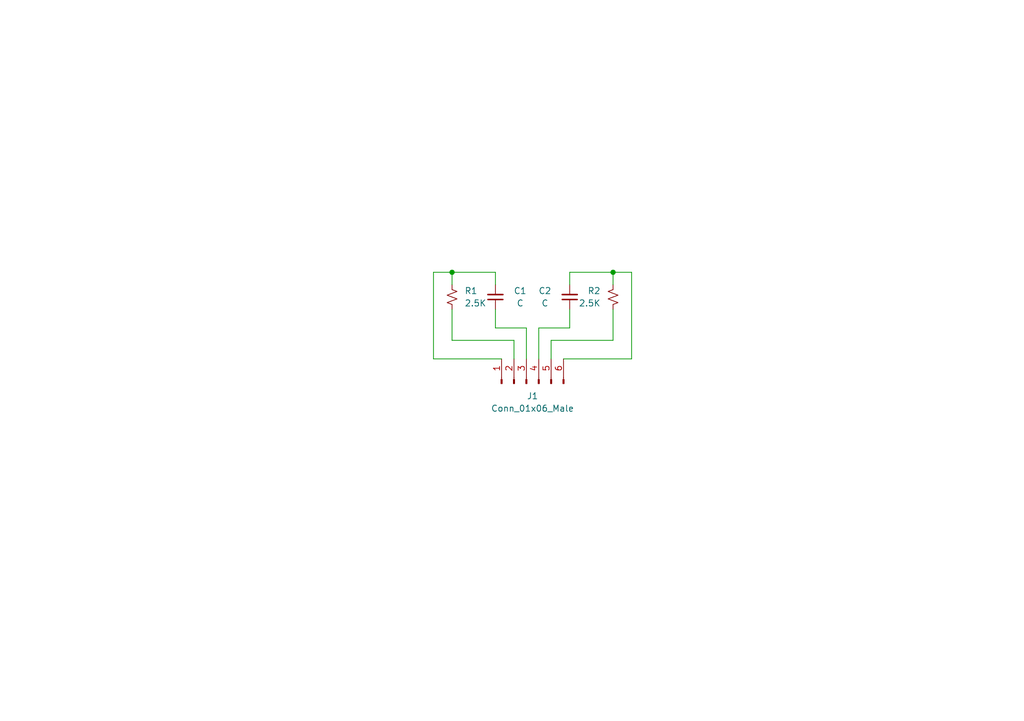
<source format=kicad_sch>
(kicad_sch (version 20211123) (generator eeschema)
  (paper "A5")
  (lib_symbols
    (symbol "Connector:Conn_01x06_Male" (pin_names (offset 1.016) hide)
      (property "Reference" "J" (at 0 7.62 0))
      (property "Value" "Conn_01x06_Male" (at 0 -10.16 0))
      (symbol "Conn_01x06_Male_1_1"
        (polyline (pts (xy 1.27 -7.62) (xy 0.8636 -7.62)) (stroke (width 0.1524)))
        (polyline (pts (xy 1.27 -5.08) (xy 0.8636 -5.08)) (stroke (width 0.1524)))
        (polyline (pts (xy 1.27 -2.54) (xy 0.8636 -2.54)) (stroke (width 0.1524)))
        (polyline (pts (xy 1.27 0) (xy 0.8636 0)) (stroke (width 0.1524)))
        (polyline (pts (xy 1.27 2.54) (xy 0.8636 2.54)) (stroke (width 0.1524)))
        (polyline (pts (xy 1.27 5.08) (xy 0.8636 5.08)) (stroke (width 0.1524)))
        (rectangle (start 0.8636 -7.493) (end 0 -7.747) (stroke (width 0.1524)) (fill (type outline)))
        (rectangle (start 0.8636 -4.953) (end 0 -5.207) (stroke (width 0.1524)) (fill (type outline)))
        (rectangle (start 0.8636 -2.413) (end 0 -2.667) (stroke (width 0.1524)) (fill (type outline)))
        (rectangle (start 0.8636 0.127) (end 0 -0.127) (stroke (width 0.1524)) (fill (type outline)))
        (rectangle (start 0.8636 2.667) (end 0 2.413) (stroke (width 0.1524)) (fill (type outline)))
        (rectangle (start 0.8636 5.207) (end 0 4.953) (stroke (width 0.1524)) (fill (type outline)))
        (pin passive line (at 5.08 5.08 180) (length 3.81) (name "Pin_1") (number "1"))
        (pin passive line (at 5.08 2.54 180) (length 3.81) (name "Pin_2") (number "2"))
        (pin passive line (at 5.08 0 180) (length 3.81) (name "Pin_3") (number "3"))
        (pin passive line (at 5.08 -2.54 180) (length 3.81) (name "Pin_4") (number "4"))
        (pin passive line (at 5.08 -5.08 180) (length 3.81) (name "Pin_5") (number "5"))
        (pin passive line (at 5.08 -7.62 180) (length 3.81) (name "Pin_6") (number "6"))
      )
    )
    (symbol "Device:C_Small" (pin_numbers hide) (pin_names (offset 0.254) hide)
      (property "Reference" "C" (at 0.254 1.778 0))
      (property "Value" "C_Small" (at 0.254 -2.032 0))
      (symbol "C_Small_0_1"
        (polyline (pts (xy -1.524 -0.508) (xy 1.524 -0.508)) (stroke (width 0.3302)))
        (polyline (pts (xy -1.524 0.508) (xy 1.524 0.508)) (stroke (width 0.3048)))
      )
      (symbol "C_Small_1_1"
        (pin passive line (at 0 2.54 270) (length 2.032) (name "~") (number "1"))
        (pin passive line (at 0 -2.54 90) (length 2.032) (name "~") (number "2"))
      )
    )
    (symbol "Device:R_Small_US" (pin_numbers hide) (pin_names (offset 0.254) hide)
      (property "Reference" "R" (at 0.762 0.508 0))
      (property "Value" "R_Small_US" (at 0.762 -1.016 0))
      (symbol "R_Small_US_1_1"
        (polyline (pts (xy 0 0) (xy 1.016 -0.381) (xy 0 -0.762) (xy -1.016 -1.143) (xy 0 -1.524)))
        (polyline (pts (xy 0 1.524) (xy 1.016 1.143) (xy 0 0.762) (xy -1.016 0.381) (xy 0 0)))
        (pin passive line (at 0 2.54 270) (length 1.016) (name "~") (number "1"))
        (pin passive line (at 0 -2.54 90) (length 1.016) (name "~") (number "2"))
      )
    )
  )
  (junction (at 92.71 55.88))
  (junction (at 125.73 55.88))
  (wire (pts (xy 116.84 67.31) (xy 116.84 63.5)))
  (wire (pts (xy 116.84 55.88) (xy 125.73 55.88)))
  (wire (pts (xy 125.73 55.88) (xy 129.54 55.88)))
  (wire (pts (xy 101.6 55.88) (xy 92.71 55.88)))
  (wire (pts (xy 107.95 73.66) (xy 107.95 67.31)))
  (wire (pts (xy 129.54 55.88) (xy 129.54 73.66)))
  (wire (pts (xy 105.41 73.66) (xy 105.41 69.85)))
  (wire (pts (xy 92.71 55.88) (xy 88.9 55.88)))
  (wire (pts (xy 125.73 55.88) (xy 125.73 58.42)))
  (wire (pts (xy 129.54 73.66) (xy 115.57 73.66)))
  (wire (pts (xy 101.6 67.31) (xy 101.6 63.5)))
  (wire (pts (xy 116.84 58.42) (xy 116.84 55.88)))
  (wire (pts (xy 88.9 73.66) (xy 102.87 73.66)))
  (wire (pts (xy 110.49 67.31) (xy 116.84 67.31)))
  (wire (pts (xy 92.71 55.88) (xy 92.71 58.42)))
  (wire (pts (xy 92.71 69.85) (xy 92.71 63.5)))
  (wire (pts (xy 113.03 69.85) (xy 125.73 69.85)))
  (wire (pts (xy 125.73 69.85) (xy 125.73 63.5)))
  (wire (pts (xy 105.41 69.85) (xy 92.71 69.85)))
  (wire (pts (xy 110.49 73.66) (xy 110.49 67.31)))
  (wire (pts (xy 113.03 73.66) (xy 113.03 69.85)))
  (wire (pts (xy 101.6 58.42) (xy 101.6 55.88)))
  (wire (pts (xy 88.9 55.88) (xy 88.9 73.66)))
  (wire (pts (xy 107.95 67.31) (xy 101.6 67.31)))
  (symbol (lib_id "Device:R_Small_US") (at 125.73 60.96 0) (mirror x) (unit 1)
    (property "Reference" "R2" (at 123.19 59.6899 0) (effects (justify right)))
    (property "Value" "2.5K" (at 123.19 62.2299 0) (effects (justify right)))
    (property "Footprint" "Resistor_SMD:R_0201_0603Metric" (effects hide))
  )
  (symbol (lib_id "Device:R_Small_US") (at 92.71 60.96 180) (unit 1)
    (property "Reference" "R1" (at 95.25 59.6899 0) (effects (justify right)))
    (property "Value" "2.5K" (at 95.25 62.2299 0) (effects (justify right)))
    (property "Footprint" "Resistor_SMD:R_0201_0603Metric" (effects hide))
  )
  (symbol (lib_id "Connector:Conn_01x06_Male") (at 107.95 78.74 90) (unit 1)
    (property "Reference" "J1" (at 109.22 81.28 90))
    (property "Value" "Conn_01x06_Male" (at 109.22 83.82 90))
  )
  (symbol (lib_id "Device:C_Small") (at 101.6 60.96 0) (mirror x) (unit 1)
    (property "Reference" "C1" (at 106.68 59.69 0))
    (property "Value" "C" (at 106.68 62.23 0))
  )
  (symbol (lib_id "Device:C_Small") (at 116.84 60.96 180) (unit 1)
    (property "Reference" "C2" (at 111.76 59.69 0))
    (property "Value" "C" (at 111.76 62.23 0))
  )
)
</source>
